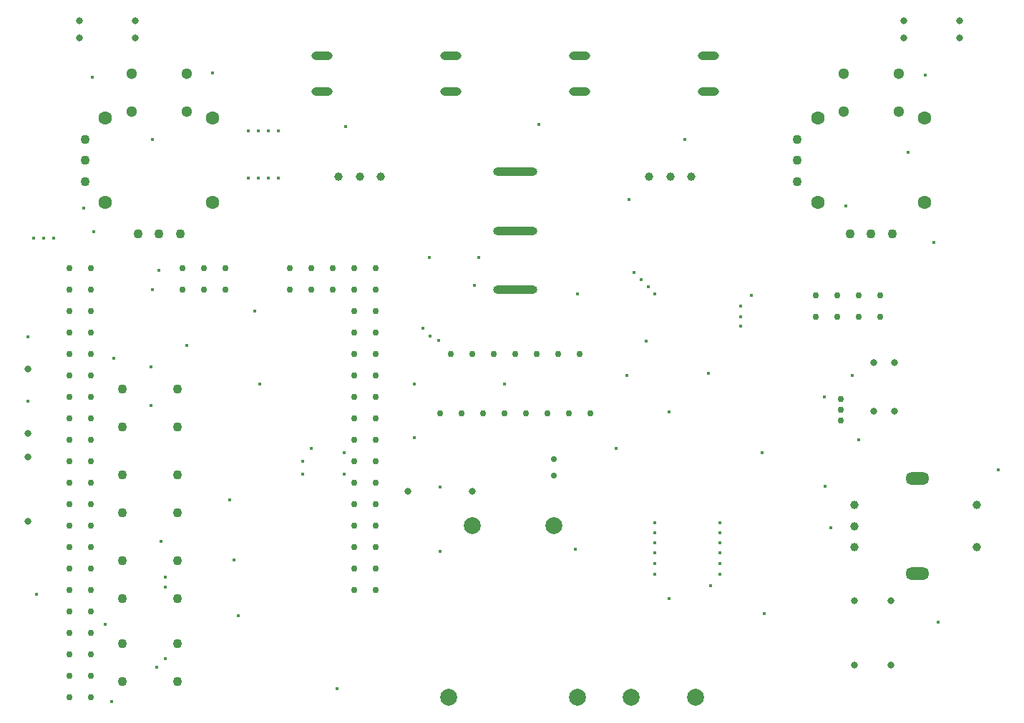
<source format=gbr>
%TF.GenerationSoftware,KiCad,Pcbnew,7.0.8*%
%TF.CreationDate,2023-11-09T04:03:27-05:00*%
%TF.ProjectId,RCTransmitterAecertRobotics,52435472-616e-4736-9d69-747465724165,rev?*%
%TF.SameCoordinates,Original*%
%TF.FileFunction,Plated,1,2,PTH,Mixed*%
%TF.FilePolarity,Positive*%
%FSLAX46Y46*%
G04 Gerber Fmt 4.6, Leading zero omitted, Abs format (unit mm)*
G04 Created by KiCad (PCBNEW 7.0.8) date 2023-11-09 04:03:27*
%MOMM*%
%LPD*%
G01*
G04 APERTURE LIST*
%TA.AperFunction,ViaDrill*%
%ADD10C,0.400000*%
%TD*%
%TA.AperFunction,ComponentDrill*%
%ADD11C,0.700000*%
%TD*%
%TA.AperFunction,ComponentDrill*%
%ADD12C,0.750000*%
%TD*%
%TA.AperFunction,ComponentDrill*%
%ADD13C,0.762000*%
%TD*%
%TA.AperFunction,ComponentDrill*%
%ADD14C,0.800000*%
%TD*%
G04 aperture for slot hole*
%TA.AperFunction,ComponentDrill*%
%ADD15O,2.500000X1.000000*%
%TD*%
%TA.AperFunction,ComponentDrill*%
%ADD16C,1.000000*%
%TD*%
G04 aperture for slot hole*
%TA.AperFunction,ComponentDrill*%
%ADD17O,5.250000X1.000000*%
%TD*%
%TA.AperFunction,ComponentDrill*%
%ADD18C,1.100000*%
%TD*%
%TA.AperFunction,ComponentDrill*%
%ADD19C,1.300000*%
%TD*%
G04 aperture for slot hole*
%TA.AperFunction,ComponentDrill*%
%ADD20O,2.800000X1.500000*%
%TD*%
%TA.AperFunction,ComponentDrill*%
%ADD21C,1.600000*%
%TD*%
%TA.AperFunction,ComponentDrill*%
%ADD22C,2.000000*%
%TD*%
G04 APERTURE END LIST*
D10*
X83312000Y-97028000D03*
X83312000Y-104648000D03*
X84010994Y-85344000D03*
X84328000Y-127508000D03*
X85185497Y-85344000D03*
X86360000Y-85344000D03*
X89916000Y-81788000D03*
X90932000Y-66294000D03*
X91141693Y-84537693D03*
X92456000Y-131064000D03*
X93218000Y-140208000D03*
X93472000Y-99568000D03*
X97889000Y-100584000D03*
X97889000Y-105156000D03*
X98044000Y-73660000D03*
X98044000Y-91440000D03*
X98552000Y-136144000D03*
X98806000Y-89154000D03*
X99060000Y-121271285D03*
X99568000Y-125476000D03*
X99568000Y-135128000D03*
X99597535Y-126650131D03*
X102108000Y-98044000D03*
X105156000Y-65786000D03*
X107188000Y-116332000D03*
X107696000Y-123444000D03*
X108204000Y-130048000D03*
X109410996Y-78231539D03*
X109411038Y-72654093D03*
X110160003Y-93980000D03*
X110585497Y-72644000D03*
X110585498Y-78233248D03*
X110744000Y-102616000D03*
X111760000Y-72644000D03*
X111760000Y-78232000D03*
X112934503Y-78232000D03*
X112938728Y-72644000D03*
X115824000Y-111760000D03*
X115824000Y-113284000D03*
X116840000Y-110236000D03*
X119888000Y-138684000D03*
X120787500Y-110726888D03*
X120787500Y-113266888D03*
X120904000Y-72136000D03*
X129032000Y-102616000D03*
X129032000Y-108966000D03*
X130048000Y-96012000D03*
X130850000Y-87590000D03*
X130872180Y-96945918D03*
X131951976Y-97407976D03*
X132080000Y-114808000D03*
X132080000Y-122428000D03*
X136144000Y-90932000D03*
X136652000Y-87590000D03*
X139700000Y-102616000D03*
X143764000Y-71882000D03*
X148082000Y-122174000D03*
X148336000Y-91948000D03*
X152908000Y-110236000D03*
X154178000Y-101600000D03*
X154432000Y-80772000D03*
X155032810Y-89412197D03*
X155863310Y-90242695D03*
X156464000Y-97536000D03*
X156693808Y-91073194D03*
X157480000Y-119031491D03*
X157480000Y-120205994D03*
X157480000Y-121380497D03*
X157480000Y-122555000D03*
X157481043Y-123826043D03*
X157482086Y-125097086D03*
X157524307Y-91903693D03*
X159155500Y-105918000D03*
X159155500Y-128016000D03*
X161036000Y-73660000D03*
X163815500Y-101346000D03*
X164084000Y-126492000D03*
X165190000Y-119031491D03*
X165190000Y-120205994D03*
X165190000Y-121380497D03*
X165190000Y-122555000D03*
X165190000Y-123825000D03*
X165190000Y-125095000D03*
X167640000Y-94615000D03*
X167640000Y-95789503D03*
X167659419Y-93364419D03*
X168929419Y-92094419D03*
X170180000Y-110744000D03*
X170434000Y-129794000D03*
X177546000Y-104140000D03*
X177674043Y-114682043D03*
X178308000Y-119634000D03*
X180086000Y-81534000D03*
X180848000Y-101600000D03*
X181610000Y-109220000D03*
X187452000Y-75184000D03*
X189484000Y-66040000D03*
X190500000Y-85852000D03*
X191008000Y-130810000D03*
X198120000Y-112776000D03*
D11*
%TO.C,JST_Connector1*%
X145597418Y-111472182D03*
X145597418Y-113472182D03*
D12*
%TO.C,3.3V_Reg1*%
X179472000Y-104394000D03*
X179472000Y-105664000D03*
X179472000Y-106934000D03*
D13*
%TO.C,Arduino_Mega_Pro1*%
X88265000Y-88900000D03*
X88265000Y-91440000D03*
X88265000Y-93980000D03*
X88265000Y-96520000D03*
X88265000Y-99060000D03*
X88265000Y-101600000D03*
X88265000Y-104140000D03*
X88265000Y-106680000D03*
X88265000Y-109220000D03*
X88265000Y-111760000D03*
X88265000Y-114300000D03*
X88265000Y-116840000D03*
X88265000Y-119380000D03*
X88265000Y-121920000D03*
X88265000Y-124460000D03*
X88265000Y-127000000D03*
X88265000Y-129540000D03*
X88265000Y-132080000D03*
X88265000Y-134620000D03*
X88265000Y-137160000D03*
X88265000Y-139700000D03*
X90805000Y-88900000D03*
X90805000Y-91440000D03*
X90805000Y-93980000D03*
X90805000Y-96520000D03*
X90805000Y-99060000D03*
X90805000Y-101600000D03*
X90805000Y-104140000D03*
X90805000Y-106680000D03*
X90805000Y-109220000D03*
X90805000Y-111760000D03*
X90805000Y-114300000D03*
X90805000Y-116840000D03*
X90805000Y-119380000D03*
X90805000Y-121920000D03*
X90805000Y-124460000D03*
X90805000Y-127000000D03*
X90805000Y-129540000D03*
X90805000Y-132080000D03*
X90805000Y-134620000D03*
X90805000Y-137160000D03*
X90805000Y-139700000D03*
X101600000Y-88900000D03*
X101600000Y-91440000D03*
X104140000Y-88900000D03*
X104140000Y-91440000D03*
X106680000Y-88900000D03*
X106680000Y-91440000D03*
X114300000Y-88900000D03*
X114300000Y-91440000D03*
X116840000Y-88900000D03*
X116840000Y-91440000D03*
X119380000Y-88900000D03*
X119380000Y-91440000D03*
X121920000Y-88900000D03*
X121920000Y-91440000D03*
X121920000Y-93980000D03*
X121920000Y-96520000D03*
X121920000Y-99060000D03*
X121920000Y-101600000D03*
X121920000Y-104140000D03*
X121920000Y-106680000D03*
X121920000Y-109220000D03*
X121920000Y-111760000D03*
X121920000Y-114300000D03*
X121920000Y-116840000D03*
X121920000Y-119380000D03*
X121920000Y-121920000D03*
X121920000Y-124460000D03*
X121920000Y-127000000D03*
X124460000Y-88900000D03*
X124460000Y-91440000D03*
X124460000Y-93980000D03*
X124460000Y-96520000D03*
X124460000Y-99060000D03*
X124460000Y-101600000D03*
X124460000Y-104140000D03*
X124460000Y-106680000D03*
X124460000Y-109220000D03*
X124460000Y-111760000D03*
X124460000Y-114300000D03*
X124460000Y-116840000D03*
X124460000Y-119380000D03*
X124460000Y-121920000D03*
X124460000Y-124460000D03*
X124460000Y-127000000D03*
%TO.C,Gyroscope1*%
X132080000Y-106045000D03*
%TO.C,OLED_LCD_Display1*%
X133350000Y-99060000D03*
%TO.C,Gyroscope1*%
X134620000Y-106045000D03*
%TO.C,OLED_LCD_Display1*%
X135890000Y-99060000D03*
%TO.C,Gyroscope1*%
X137160000Y-106045000D03*
%TO.C,OLED_LCD_Display1*%
X138430000Y-99060000D03*
%TO.C,Gyroscope1*%
X139700000Y-106045000D03*
%TO.C,OLED_LCD_Display1*%
X140970000Y-99060000D03*
%TO.C,Gyroscope1*%
X142240000Y-106045000D03*
%TO.C,OLED_LCD_Display1*%
X143510000Y-99060000D03*
%TO.C,Gyroscope1*%
X144780000Y-106045000D03*
%TO.C,OLED_LCD_Display1*%
X146050000Y-99060000D03*
%TO.C,Gyroscope1*%
X147320000Y-106045000D03*
%TO.C,OLED_LCD_Display1*%
X148590000Y-99060000D03*
%TO.C,Gyroscope1*%
X149860000Y-106045000D03*
%TO.C,NRF24*%
X176530000Y-92075000D03*
X176530000Y-94615000D03*
X179070000Y-92075000D03*
X179070000Y-94615000D03*
X181610000Y-92075000D03*
X181610000Y-94615000D03*
X184150000Y-92075000D03*
X184150000Y-94615000D03*
D14*
%TO.C,R1*%
X83312000Y-100838000D03*
X83312000Y-108458000D03*
%TO.C,R2*%
X83312000Y-111252000D03*
X83312000Y-118872000D03*
%TO.C,Bumper1*%
X89408000Y-59595000D03*
X89408000Y-61595000D03*
%TO.C,Bumper2*%
X96012000Y-59595000D03*
X96012000Y-61595000D03*
%TO.C,R5*%
X128270000Y-115316000D03*
X135890000Y-115316000D03*
%TO.C,R4*%
X181102000Y-128270000D03*
X181102000Y-135890000D03*
%TO.C,C1*%
X183388000Y-100076000D03*
%TO.C,C2*%
X183388000Y-105845299D03*
%TO.C,R3*%
X185420000Y-128270000D03*
X185420000Y-135890000D03*
%TO.C,C1*%
X185888000Y-100076000D03*
%TO.C,C2*%
X185888000Y-105845299D03*
%TO.C,Bumper3*%
X186944000Y-59595000D03*
X186944000Y-61595000D03*
%TO.C,Bumper4*%
X193548000Y-59595000D03*
X193548000Y-61595000D03*
D15*
%TO.C,Toggle4*%
X118110000Y-63777000D03*
X118110000Y-67977000D03*
D16*
%TO.C,Pot1*%
X120100000Y-78090000D03*
X122600000Y-78090000D03*
X125100000Y-78090000D03*
D15*
%TO.C,Toggle3*%
X133350000Y-63777000D03*
X133350000Y-67977000D03*
D17*
%TO.C,K1*%
X140970000Y-77470000D03*
X140970000Y-84470000D03*
X140970000Y-91470000D03*
D15*
%TO.C,Toggle2*%
X148590000Y-63777000D03*
X148590000Y-67977000D03*
D16*
%TO.C,Pot2*%
X156840000Y-78090000D03*
X159340000Y-78090000D03*
X161840000Y-78090000D03*
D15*
%TO.C,Toggle1*%
X163830000Y-63777000D03*
X163830000Y-67977000D03*
D16*
%TO.C,Rotary_Encoder1*%
X181080000Y-116920000D03*
X181080000Y-119420000D03*
X181080000Y-121920000D03*
X195580000Y-116920000D03*
X195580000Y-121920000D03*
D18*
%TO.C,Joystick1*%
X90105000Y-73620000D03*
X90105000Y-76120000D03*
X90105000Y-78620000D03*
%TO.C,Button1*%
X94540000Y-103160000D03*
X94540000Y-107660000D03*
%TO.C,Button2*%
X94540000Y-113320000D03*
X94540000Y-117820000D03*
%TO.C,Button3*%
X94540000Y-123480000D03*
X94540000Y-127980000D03*
%TO.C,Button4*%
X94540000Y-133300000D03*
X94540000Y-137800000D03*
%TO.C,Joystick1*%
X96335000Y-84850000D03*
X98835000Y-84850000D03*
%TO.C,Button1*%
X101040000Y-103160000D03*
X101040000Y-107660000D03*
%TO.C,Button2*%
X101040000Y-113320000D03*
X101040000Y-117820000D03*
%TO.C,Button3*%
X101040000Y-123480000D03*
X101040000Y-127980000D03*
%TO.C,Button4*%
X101040000Y-133300000D03*
X101040000Y-137800000D03*
%TO.C,Joystick1*%
X101335000Y-84850000D03*
%TO.C,Joystick2*%
X174375000Y-73620000D03*
X174375000Y-76120000D03*
X174375000Y-78620000D03*
X180605000Y-84850000D03*
X183105000Y-84850000D03*
X185605000Y-84850000D03*
D19*
%TO.C,Joystick1*%
X95585000Y-65870000D03*
X95585000Y-70370000D03*
X102085000Y-65870000D03*
X102085000Y-70370000D03*
%TO.C,Joystick2*%
X179855000Y-65870000D03*
X179855000Y-70370000D03*
X186355000Y-65870000D03*
X186355000Y-70370000D03*
D20*
%TO.C,Rotary_Encoder1*%
X188580000Y-113820000D03*
X188580000Y-125020000D03*
D21*
%TO.C,Joystick1*%
X92510000Y-71120000D03*
X92510000Y-81120000D03*
X105160000Y-71120000D03*
X105160000Y-81120000D03*
%TO.C,Joystick2*%
X176780000Y-71120000D03*
X176780000Y-81120000D03*
X189430000Y-71120000D03*
X189430000Y-81120000D03*
D22*
%TO.C,Battery_Charger1*%
X133106000Y-139700000D03*
X135900000Y-119380000D03*
X145552000Y-119380000D03*
X148346000Y-139700000D03*
X154696000Y-139700000D03*
X162316000Y-139700000D03*
M02*

</source>
